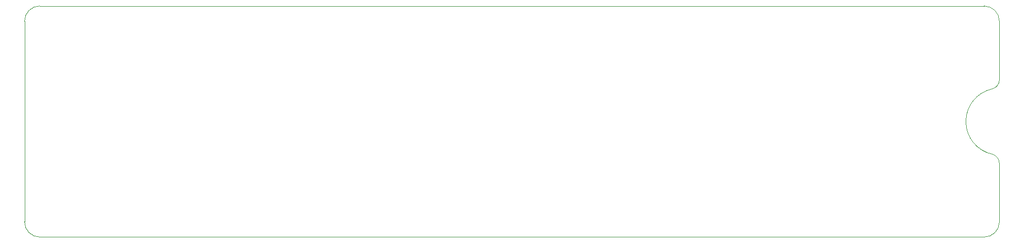
<source format=gm1>
G04 #@! TF.GenerationSoftware,KiCad,Pcbnew,7.0.9*
G04 #@! TF.CreationDate,2024-01-03T20:38:47+01:00*
G04 #@! TF.ProjectId,pcb_ruler,7063625f-7275-46c6-9572-2e6b69636164,rev?*
G04 #@! TF.SameCoordinates,Original*
G04 #@! TF.FileFunction,Profile,NP*
%FSLAX46Y46*%
G04 Gerber Fmt 4.6, Leading zero omitted, Abs format (unit mm)*
G04 Created by KiCad (PCBNEW 7.0.9) date 2024-01-03 20:38:47*
%MOMM*%
%LPD*%
G01*
G04 APERTURE LIST*
G04 #@! TA.AperFunction,Profile*
%ADD10C,0.050000*%
G04 #@! TD*
G04 APERTURE END LIST*
D10*
X258373110Y-113621729D02*
G75*
G03*
X254023810Y-119000000I1150690J-5378271D01*
G01*
X259523805Y-125950000D02*
G75*
G03*
X258374121Y-124378527I-1590205J42900D01*
G01*
X99523810Y-102500000D02*
X99523810Y-135500000D01*
X102023810Y-138000000D02*
X257023810Y-138000000D01*
X259523810Y-135500000D02*
X259523810Y-125950000D01*
X259522614Y-112100035D02*
X259523810Y-102500000D01*
X257023810Y-100000000D02*
X102023810Y-100000000D01*
X99523800Y-135500000D02*
G75*
G03*
X102023810Y-138000000I2500000J0D01*
G01*
X102023810Y-100000010D02*
G75*
G03*
X99523810Y-102500000I-10J-2499990D01*
G01*
X254023802Y-119000000D02*
G75*
G03*
X258374131Y-124378498I5499998J0D01*
G01*
X257023810Y-138000010D02*
G75*
G03*
X259523810Y-135500000I-10J2500010D01*
G01*
X259523800Y-102500000D02*
G75*
G03*
X257023810Y-100000000I-2500000J0D01*
G01*
X258373102Y-113621697D02*
G75*
G03*
X259522613Y-112100035I-373002J1476797D01*
G01*
M02*

</source>
